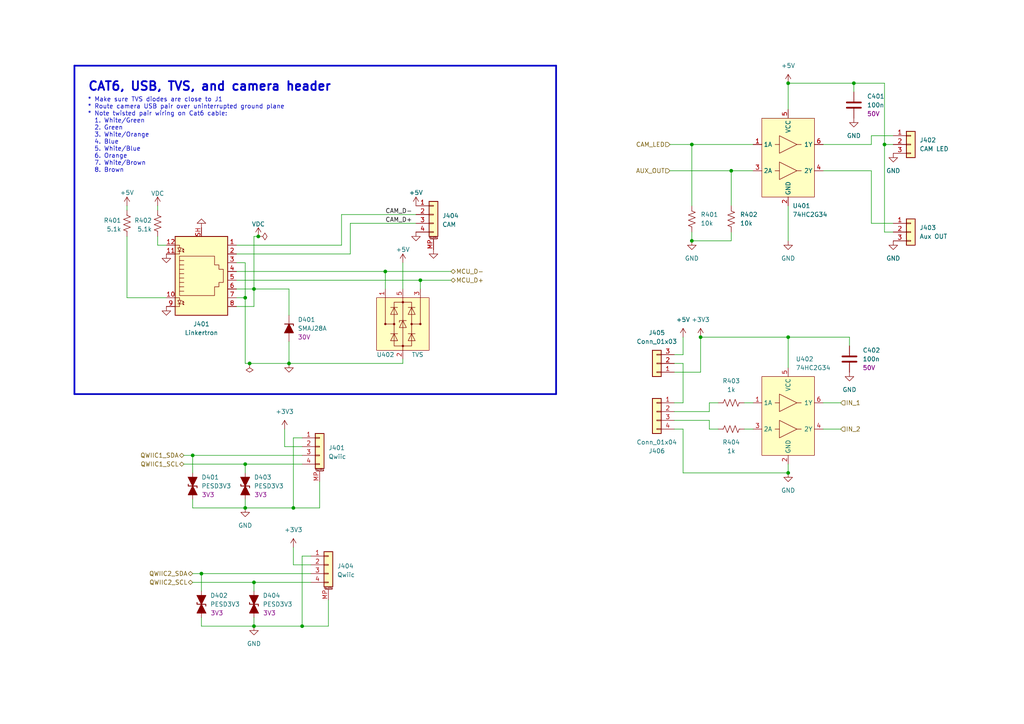
<source format=kicad_sch>
(kicad_sch (version 20230121) (generator eeschema)
  (paper "A4")
  (lib_symbols
    (symbol "Connector:8P8C_LED_Shielded" (pin_names (offset 1.016))
      (property "Reference" "J" (at -5.08 13.97 0))
      (property "Value" "8P8C_LED_Shielded" (at 1.27 13.97 0))
      (symbol "8P8C_LED_Shielded_0_1"
        (polyline (pts (xy -7.62 -7.62) (xy -6.35 -7.62)))
        (polyline (pts (xy -7.62 -5.08) (xy -6.35 -5.08)))
        (polyline (pts (xy -7.62 7.62) (xy -6.35 7.62)))
        (polyline (pts (xy -7.62 10.16) (xy -6.35 10.16)))
        (polyline (pts (xy -6.858 -5.842) (xy -5.842 -5.842)))
        (polyline (pts (xy -6.858 9.398) (xy -5.842 9.398)))
        (polyline (pts (xy -6.35 -7.62) (xy -6.35 -6.858)))
        (polyline (pts (xy -6.35 -5.08) (xy -6.35 -5.842)))
        (polyline (pts (xy -6.35 7.62) (xy -6.35 8.382)))
        (polyline (pts (xy -6.35 10.16) (xy -6.35 9.398)))
        (polyline (pts (xy -5.08 -6.223) (xy -5.207 -6.604)))
        (polyline (pts (xy -5.08 -5.588) (xy -5.207 -5.969)))
        (polyline (pts (xy -5.08 4.445) (xy -6.35 4.445)))
        (polyline (pts (xy -5.08 5.715) (xy -6.35 5.715)))
        (polyline (pts (xy -5.08 9.017) (xy -5.207 8.636)))
        (polyline (pts (xy -5.08 9.652) (xy -5.207 9.271)))
        (polyline (pts (xy -6.35 -3.175) (xy -5.08 -3.175) (xy -5.08 -3.175)))
        (polyline (pts (xy -6.35 -1.905) (xy -5.08 -1.905) (xy -5.08 -1.905)))
        (polyline (pts (xy -6.35 -0.635) (xy -5.08 -0.635) (xy -5.08 -0.635)))
        (polyline (pts (xy -6.35 0.635) (xy -5.08 0.635) (xy -5.08 0.635)))
        (polyline (pts (xy -6.35 1.905) (xy -5.08 1.905) (xy -5.08 1.905)))
        (polyline (pts (xy -5.588 -6.731) (xy -5.08 -6.223) (xy -5.461 -6.35)))
        (polyline (pts (xy -5.588 -6.096) (xy -5.08 -5.588) (xy -5.461 -5.715)))
        (polyline (pts (xy -5.588 8.509) (xy -5.08 9.017) (xy -5.461 8.89)))
        (polyline (pts (xy -5.588 9.144) (xy -5.08 9.652) (xy -5.461 9.525)))
        (polyline (pts (xy -5.08 3.175) (xy -6.35 3.175) (xy -6.35 3.175)))
        (polyline (pts (xy -6.35 -5.842) (xy -6.858 -6.858) (xy -5.842 -6.858) (xy -6.35 -5.842)))
        (polyline (pts (xy -6.35 9.398) (xy -6.858 8.382) (xy -5.842 8.382) (xy -6.35 9.398)))
        (polyline (pts (xy -6.35 -4.445) (xy -6.35 6.985) (xy 3.81 6.985) (xy 3.81 4.445) (xy 5.08 4.445) (xy 5.08 3.175) (xy 6.35 3.175) (xy 6.35 -0.635) (xy 5.08 -0.635) (xy 5.08 -1.905) (xy 3.81 -1.905) (xy 3.81 -4.445) (xy -6.35 -4.445) (xy -6.35 -4.445)))
        (rectangle (start 7.62 12.7) (end -7.62 -10.16) (stroke (width 0.254)) (fill (type background)))
      )
      (symbol "8P8C_LED_Shielded_1_1"
        (pin passive line (at 10.16 -7.62 180) (length 2.54) (name "~") (number "1"))
        (pin passive line (at -10.16 7.62 0) (length 2.54) (name "~") (number "10"))
        (pin passive line (at -10.16 -5.08 0) (length 2.54) (name "~") (number "11"))
        (pin passive line (at -10.16 -7.62 0) (length 2.54) (name "~") (number "12"))
        (pin passive line (at 10.16 -5.08 180) (length 2.54) (name "~") (number "2"))
        (pin passive line (at 10.16 -2.54 180) (length 2.54) (name "~") (number "3"))
        (pin passive line (at 10.16 0 180) (length 2.54) (name "~") (number "4"))
        (pin passive line (at 10.16 2.54 180) (length 2.54) (name "~") (number "5"))
        (pin passive line (at 10.16 5.08 180) (length 2.54) (name "~") (number "6"))
        (pin passive line (at 10.16 7.62 180) (length 2.54) (name "~") (number "7"))
        (pin passive line (at 10.16 10.16 180) (length 2.54) (name "~") (number "8"))
        (pin passive line (at -10.16 10.16 0) (length 2.54) (name "~") (number "9"))
        (pin passive line (at 0 -12.7 90) (length 2.54) (name "~") (number "SH"))
      )
    )
    (symbol "Connector_Generic:Conn_01x03" (pin_names (offset 1.016) hide)
      (property "Reference" "J" (at 0 5.08 0))
      (property "Value" "Conn_01x03" (at 0 -5.08 0))
      (symbol "Conn_01x03_1_1"
        (rectangle (start -1.27 -2.413) (end 0 -2.667) (stroke (width 0.1524)))
        (rectangle (start -1.27 0.127) (end 0 -0.127) (stroke (width 0.1524)))
        (rectangle (start -1.27 2.667) (end 0 2.413) (stroke (width 0.1524)))
        (rectangle (start -1.27 3.81) (end 1.27 -3.81) (stroke (width 0.254)) (fill (type background)))
        (pin passive line (at -5.08 2.54 0) (length 3.81) (name "Pin_1") (number "1"))
        (pin passive line (at -5.08 0 0) (length 3.81) (name "Pin_2") (number "2"))
        (pin passive line (at -5.08 -2.54 0) (length 3.81) (name "Pin_3") (number "3"))
      )
    )
    (symbol "Connector_Generic:Conn_01x04" (pin_names (offset 1.016) hide)
      (property "Reference" "J" (at 0 5.08 0))
      (property "Value" "Conn_01x04" (at 0 -7.62 0))
      (symbol "Conn_01x04_1_1"
        (rectangle (start -1.27 -4.953) (end 0 -5.207) (stroke (width 0.1524)))
        (rectangle (start -1.27 -2.413) (end 0 -2.667) (stroke (width 0.1524)))
        (rectangle (start -1.27 0.127) (end 0 -0.127) (stroke (width 0.1524)))
        (rectangle (start -1.27 2.667) (end 0 2.413) (stroke (width 0.1524)))
        (rectangle (start -1.27 3.81) (end 1.27 -6.35) (stroke (width 0.254)) (fill (type background)))
        (pin passive line (at -5.08 2.54 0) (length 3.81) (name "Pin_1") (number "1"))
        (pin passive line (at -5.08 0 0) (length 3.81) (name "Pin_2") (number "2"))
        (pin passive line (at -5.08 -2.54 0) (length 3.81) (name "Pin_3") (number "3"))
        (pin passive line (at -5.08 -5.08 0) (length 3.81) (name "Pin_4") (number "4"))
      )
    )
    (symbol "Connector_Generic_MountingPin:Conn_01x04_MountingPin" (pin_names (offset 1.016) hide)
      (property "Reference" "J" (at 0 5.08 0))
      (property "Value" "Conn_01x04_MountingPin" (at 1.27 -7.62 0))
      (symbol "Conn_01x04_MountingPin_1_1"
        (rectangle (start -1.27 -4.953) (end 0 -5.207) (stroke (width 0.1524)))
        (rectangle (start -1.27 -2.413) (end 0 -2.667) (stroke (width 0.1524)))
        (rectangle (start -1.27 0.127) (end 0 -0.127) (stroke (width 0.1524)))
        (rectangle (start -1.27 2.667) (end 0 2.413) (stroke (width 0.1524)))
        (rectangle (start -1.27 3.81) (end 1.27 -6.35) (stroke (width 0.254)) (fill (type background)))
        (polyline (pts (xy -1.016 -7.112) (xy 1.016 -7.112)) (stroke (width 0.1524)))
        (text "Mounting" (at 0 -6.731 0) (effects (font (size 0.381 0.381))))
        (pin passive line (at -5.08 2.54 0) (length 3.81) (name "Pin_1") (number "1"))
        (pin passive line (at -5.08 0 0) (length 3.81) (name "Pin_2") (number "2"))
        (pin passive line (at -5.08 -2.54 0) (length 3.81) (name "Pin_3") (number "3"))
        (pin passive line (at -5.08 -5.08 0) (length 3.81) (name "Pin_4") (number "4"))
        (pin passive line (at 0 -10.16 90) (length 3.048) (name "MountPin") (number "MP"))
      )
    )
    (symbol "Device:C" (pin_numbers hide) (pin_names (offset 0.254))
      (property "Reference" "C" (at 0.635 2.54 0))
      (property "Value" "C" (at 0.635 -2.54 0))
      (symbol "C_0_1"
        (polyline (pts (xy -2.032 -0.762) (xy 2.032 -0.762)) (stroke (width 0.508)))
        (polyline (pts (xy -2.032 0.762) (xy 2.032 0.762)) (stroke (width 0.508)))
      )
      (symbol "C_1_1"
        (pin passive line (at 0 3.81 270) (length 2.794) (name "~") (number "1"))
        (pin passive line (at 0 -3.81 90) (length 2.794) (name "~") (number "2"))
      )
    )
    (symbol "Device:D_TVS_Filled" (pin_numbers hide) (pin_names (offset 1.016) hide)
      (property "Reference" "D" (at 0 2.54 0))
      (property "Value" "D_TVS_Filled" (at 0 -2.54 0))
      (symbol "D_TVS_Filled_0_1"
        (polyline (pts (xy 1.27 0) (xy -1.27 0)))
        (polyline (pts (xy -2.54 -1.27) (xy 0 0) (xy -2.54 1.27) (xy -2.54 -1.27)) (stroke (width 0.254)) (fill (type outline)))
        (polyline (pts (xy 0.508 1.27) (xy 0 1.27) (xy 0 -1.27) (xy -0.508 -1.27)) (stroke (width 0.254)))
        (polyline (pts (xy 2.54 1.27) (xy 2.54 -1.27) (xy 0 0) (xy 2.54 1.27)) (stroke (width 0.254)) (fill (type outline)))
      )
      (symbol "D_TVS_Filled_1_1"
        (pin passive line (at -3.81 0 0) (length 2.54) (name "A1") (number "1"))
        (pin passive line (at 3.81 0 180) (length 2.54) (name "A2") (number "2"))
      )
    )
    (symbol "Device:D_Zener_Filled" (pin_numbers hide) (pin_names (offset 1.016) hide)
      (property "Reference" "D" (at 0 2.54 0))
      (property "Value" "D_Zener_Filled" (at 0 -2.54 0))
      (symbol "D_Zener_Filled_0_1"
        (polyline (pts (xy 1.27 0) (xy -1.27 0)))
        (polyline (pts (xy -1.27 -1.27) (xy -1.27 1.27) (xy -0.762 1.27)) (stroke (width 0.254)))
        (polyline (pts (xy 1.27 -1.27) (xy 1.27 1.27) (xy -1.27 0) (xy 1.27 -1.27)) (stroke (width 0.254)) (fill (type outline)))
      )
      (symbol "D_Zener_Filled_1_1"
        (pin passive line (at -3.81 0 0) (length 2.54) (name "K") (number "1"))
        (pin passive line (at 3.81 0 180) (length 2.54) (name "A") (number "2"))
      )
    )
    (symbol "Device:R_US" (pin_numbers hide) (pin_names (offset 0))
      (property "Reference" "R" (at 2.54 0 90))
      (property "Value" "R_US" (at -2.54 0 90))
      (symbol "R_US_0_1"
        (polyline (pts (xy 0 -2.286) (xy 0 -2.54)))
        (polyline (pts (xy 0 2.286) (xy 0 2.54)))
        (polyline (pts (xy 0 -0.762) (xy 1.016 -1.143) (xy 0 -1.524) (xy -1.016 -1.905) (xy 0 -2.286)))
        (polyline (pts (xy 0 0.762) (xy 1.016 0.381) (xy 0 0) (xy -1.016 -0.381) (xy 0 -0.762)))
        (polyline (pts (xy 0 2.286) (xy 1.016 1.905) (xy 0 1.524) (xy -1.016 1.143) (xy 0 0.762)))
      )
      (symbol "R_US_1_1"
        (pin passive line (at 0 3.81 270) (length 1.27) (name "~") (number "1"))
        (pin passive line (at 0 -3.81 90) (length 1.27) (name "~") (number "2"))
      )
    )
    (symbol "Droid:74HC2G34"
      (property "Reference" "U" (at 2.54 -12.7 0))
      (property "Value" "74HC2G34" (at 2.54 -15.24 0))
      (symbol "74HC2G34_0_0"
        (pin input line (at -10.16 3.81 0) (length 2.54) (name "1A") (number "1"))
        (pin power_in line (at 0 -13.97 90) (length 2.54) (name "GND") (number "2"))
        (pin input line (at -10.16 -3.81 0) (length 2.54) (name "2A") (number "3"))
        (pin output line (at 10.16 -3.81 180) (length 2.54) (name "2Y") (number "4"))
        (pin power_in line (at 0 13.97 270) (length 2.54) (name "VCC") (number "5"))
        (pin output line (at 10.16 3.81 180) (length 2.54) (name "1Y") (number "6"))
      )
      (symbol "74HC2G34_0_1"
        (rectangle (start -7.62 11.43) (end 7.62 -11.43) (fill (type background)))
        (polyline (pts (xy -2.54 -3.81) (xy -3.81 -3.81)))
        (polyline (pts (xy -2.54 3.81) (xy -3.81 3.81)))
        (polyline (pts (xy 2.54 -3.81) (xy 3.81 -3.81)))
        (polyline (pts (xy 2.54 3.81) (xy 3.81 3.81)))
        (polyline (pts (xy -2.54 -5.08) (xy -2.54 -1.27) (xy 2.54 -3.81) (xy -2.54 -6.35) (xy -2.54 -5.08)))
        (polyline (pts (xy -2.54 2.54) (xy -2.54 6.35) (xy 2.54 3.81) (xy -2.54 1.27) (xy -2.54 2.54)))
      )
    )
    (symbol "Droid:TVS" (pin_names hide)
      (property "Reference" "U" (at 8.89 1.27 0))
      (property "Value" "TVS" (at 8.89 -1.27 0))
      (symbol "TVS_0_1"
        (circle (center -5.08 0) (radius 0.254) (fill (type outline)))
        (circle (center -2.5303 -0.017) (radius 0.254) (fill (type outline)))
        (rectangle (start -2.5303 6.333) (end 2.5497 -6.367))
        (polyline (pts (xy -1.5143 -2.811) (xy -3.5463 -2.811)))
        (polyline (pts (xy -1.5143 4.809) (xy -3.5463 4.809)))
        (polyline (pts (xy 0 -7.62) (xy 0 -6.35)))
        (polyline (pts (xy 0 6.35) (xy 0 7.62)))
        (polyline (pts (xy 0.0097 -6.367) (xy 0.0097 1.253)))
        (polyline (pts (xy 0.0097 1.253) (xy 0.0097 6.333)))
        (polyline (pts (xy 1.5337 -2.811) (xy 3.5657 -2.811)))
        (polyline (pts (xy 1.5337 4.809) (xy 3.5657 4.809)))
        (polyline (pts (xy -2.54 0) (xy -5.08 0) (xy -5.08 7.62)))
        (polyline (pts (xy 2.54 0) (xy 5.08 0) (xy 5.08 7.62)))
        (polyline (pts (xy -3.5463 -4.843) (xy -1.5143 -4.843) (xy -2.5303 -2.811) (xy -3.5463 -4.843)))
        (polyline (pts (xy -3.5463 2.777) (xy -1.5143 2.777) (xy -2.5303 4.809) (xy -3.5463 2.777)))
        (polyline (pts (xy -1.0063 -1.033) (xy 1.0257 -1.033) (xy 0.0097 0.999) (xy -1.0063 -1.033)))
        (polyline (pts (xy 1.0257 0.999) (xy 0.7717 0.999) (xy -1.0063 0.999) (xy -1.0063 0.491)))
        (polyline (pts (xy 3.5657 -4.843) (xy 1.5337 -4.843) (xy 2.5497 -2.811) (xy 3.5657 -4.843)))
        (polyline (pts (xy 3.5657 2.777) (xy 1.5337 2.777) (xy 2.5497 4.809) (xy 3.5657 2.777)))
        (circle (center 0.0097 -6.367) (radius 0.254) (fill (type outline)))
        (circle (center 0.0097 6.333) (radius 0.254) (fill (type outline)))
        (circle (center 2.5497 -0.017) (radius 0.254) (fill (type outline)))
        (circle (center 5.08 0) (radius 0.254) (fill (type outline)))
      )
      (symbol "TVS_1_1"
        (rectangle (start -7.62 7.62) (end 7.62 -7.62) (fill (type background)))
        (pin passive line (at -5.08 10.16 270) (length 2.54) (name "D-") (number "1"))
        (pin passive line (at 0 -10.16 90) (length 2.54) (name "GND") (number "2"))
        (pin passive line (at 5.08 10.16 270) (length 2.54) (name "D+") (number "3"))
        (pin passive line (at 5.08 10.16 270) (length 2.54) hide (name "D+") (number "4"))
        (pin passive line (at 0 10.16 270) (length 2.54) (name "VBUS") (number "5"))
        (pin passive line (at -5.08 10.16 270) (length 2.54) hide (name "D-") (number "6"))
      )
    )
    (symbol "power:+3V3" (power) (pin_names (offset 0))
      (property "Value" "+3V3" (at 0 3.556 0))
      (symbol "+3V3_0_1"
        (polyline (pts (xy -0.762 1.27) (xy 0 2.54)))
        (polyline (pts (xy 0 0) (xy 0 2.54)))
        (polyline (pts (xy 0 2.54) (xy 0.762 1.27)))
      )
      (symbol "+3V3_1_1"
        (pin power_in line (at 0 0 90) (length 0) hide (name "+3V3") (number "1"))
      )
    )
    (symbol "power:+5V" (power) (pin_names (offset 0))
      (property "Value" "+5V" (at 0 3.556 0))
      (symbol "+5V_0_1"
        (polyline (pts (xy -0.762 1.27) (xy 0 2.54)))
        (polyline (pts (xy 0 0) (xy 0 2.54)))
        (polyline (pts (xy 0 2.54) (xy 0.762 1.27)))
      )
      (symbol "+5V_1_1"
        (pin power_in line (at 0 0 90) (length 0) hide (name "+5V") (number "1"))
      )
    )
    (symbol "power:GND" (power) (pin_names (offset 0))
      (property "Value" "GND" (at 0 -3.81 0))
      (symbol "GND_0_1"
        (polyline (pts (xy 0 0) (xy 0 -1.27) (xy 1.27 -1.27) (xy 0 -2.54) (xy -1.27 -1.27) (xy 0 -1.27)))
      )
      (symbol "GND_1_1"
        (pin power_in line (at 0 0 270) (length 0) hide (name "GND") (number "1"))
      )
    )
    (symbol "power:PWR_FLAG" (power) (pin_numbers hide) (pin_names (offset 0) hide)
      (property "Value" "PWR_FLAG" (at 0 3.81 0))
      (symbol "PWR_FLAG_0_0"
        (pin power_out line (at 0 0 90) (length 0) (name "pwr") (number "1"))
      )
      (symbol "PWR_FLAG_0_1"
        (polyline (pts (xy 0 0) (xy 0 1.27) (xy -1.016 1.905) (xy 0 2.54) (xy 1.016 1.905) (xy 0 1.27)))
      )
    )
    (symbol "power:VDC" (power) (pin_names (offset 0))
      (property "Value" "VDC" (at 0 6.35 0))
      (symbol "VDC_0_1"
        (polyline (pts (xy -0.762 1.27) (xy 0 2.54)))
        (polyline (pts (xy 0 0) (xy 0 2.54)))
        (polyline (pts (xy 0 2.54) (xy 0.762 1.27)))
      )
      (symbol "VDC_1_1"
        (pin power_in line (at 0 0 90) (length 0) hide (name "VDC") (number "1"))
      )
    )
  )
  (junction (at 85.09 147.32))
  (junction (at 55.88 132.08))
  (junction (at 72.39 105.41))
  (junction (at 73.66 168.91))
  (junction (at 121.92 81.28))
  (junction (at 74.93 68.58))
  (junction (at 58.42 166.37))
  (junction (at 111.76 78.74))
  (junction (at 73.66 83.82))
  (junction (at 228.6 137.16))
  (junction (at 228.6 97.79))
  (junction (at 73.66 181.61))
  (junction (at 247.65 24.13))
  (junction (at 212.09 49.53))
  (junction (at 71.12 134.62))
  (junction (at 228.6 24.13))
  (junction (at 256.54 41.91))
  (junction (at 203.2 97.79))
  (junction (at 87.63 181.61))
  (junction (at 71.12 147.32))
  (junction (at 83.82 105.41))
  (junction (at 200.66 69.85))
  (junction (at 71.12 86.36))
  (junction (at 200.66 41.91))
  (wire (pts (xy 116.84 76.2) (xy 116.84 83.82)))
  (wire (pts (xy 198.12 124.46) (xy 198.12 137.16)))
  (wire (pts (xy 198.12 137.16) (xy 228.6 137.16)))
  (wire (pts (xy 228.6 134.62) (xy 228.6 137.16)))
  (polyline (pts (xy 161.29 19.05) (xy 161.29 114.3)) (stroke (width 0.5) (type solid)))
  (wire (pts (xy 212.09 69.85) (xy 200.66 69.85)))
  (wire (pts (xy 212.09 49.53) (xy 212.09 59.69)))
  (wire (pts (xy 85.09 158.75) (xy 85.09 163.83)))
  (wire (pts (xy 200.66 41.91) (xy 218.44 41.91)))
  (wire (pts (xy 73.66 168.91) (xy 73.66 171.45)))
  (wire (pts (xy 45.72 59.69) (xy 45.72 60.96)))
  (wire (pts (xy 87.63 134.62) (xy 71.12 134.62)))
  (wire (pts (xy 55.88 147.32) (xy 71.12 147.32)))
  (wire (pts (xy 198.12 105.41) (xy 198.12 116.84)))
  (wire (pts (xy 252.73 39.37) (xy 259.08 39.37)))
  (wire (pts (xy 200.66 67.31) (xy 200.66 69.85)))
  (wire (pts (xy 195.58 107.95) (xy 203.2 107.95)))
  (wire (pts (xy 92.71 139.7) (xy 92.71 147.32)))
  (wire (pts (xy 120.65 62.23) (xy 99.06 62.23)))
  (wire (pts (xy 195.58 102.87) (xy 198.12 102.87)))
  (wire (pts (xy 256.54 41.91) (xy 256.54 24.13)))
  (wire (pts (xy 36.83 86.36) (xy 48.26 86.36)))
  (wire (pts (xy 215.9 116.84) (xy 218.44 116.84)))
  (wire (pts (xy 101.6 64.77) (xy 101.6 73.66)))
  (wire (pts (xy 195.58 116.84) (xy 198.12 116.84)))
  (wire (pts (xy 238.76 124.46) (xy 243.84 124.46)))
  (wire (pts (xy 85.09 127) (xy 85.09 147.32)))
  (wire (pts (xy 71.12 105.41) (xy 72.39 105.41)))
  (wire (pts (xy 45.72 71.12) (xy 45.72 68.58)))
  (wire (pts (xy 58.42 179.07) (xy 58.42 181.61)))
  (wire (pts (xy 71.12 134.62) (xy 71.12 137.16)))
  (wire (pts (xy 198.12 97.79) (xy 198.12 102.87)))
  (wire (pts (xy 252.73 49.53) (xy 238.76 49.53)))
  (wire (pts (xy 73.66 68.58) (xy 73.66 83.82)))
  (wire (pts (xy 92.71 147.32) (xy 85.09 147.32)))
  (wire (pts (xy 205.74 124.46) (xy 205.74 121.92)))
  (wire (pts (xy 195.58 124.46) (xy 198.12 124.46)))
  (wire (pts (xy 99.06 62.23) (xy 99.06 71.12)))
  (wire (pts (xy 228.6 24.13) (xy 228.6 31.75)))
  (wire (pts (xy 82.55 124.46) (xy 82.55 129.54)))
  (wire (pts (xy 121.92 81.28) (xy 130.81 81.28)))
  (wire (pts (xy 73.66 181.61) (xy 87.63 181.61)))
  (wire (pts (xy 228.6 97.79) (xy 228.6 106.68)))
  (wire (pts (xy 71.12 86.36) (xy 71.12 76.2)))
  (wire (pts (xy 203.2 97.79) (xy 228.6 97.79)))
  (wire (pts (xy 71.12 86.36) (xy 68.58 86.36)))
  (wire (pts (xy 90.17 168.91) (xy 73.66 168.91)))
  (wire (pts (xy 205.74 116.84) (xy 208.28 116.84)))
  (wire (pts (xy 111.76 78.74) (xy 111.76 83.82)))
  (wire (pts (xy 195.58 105.41) (xy 198.12 105.41)))
  (wire (pts (xy 228.6 24.13) (xy 247.65 24.13)))
  (wire (pts (xy 83.82 105.41) (xy 116.84 105.41)))
  (wire (pts (xy 55.88 168.91) (xy 73.66 168.91)))
  (wire (pts (xy 238.76 116.84) (xy 243.84 116.84)))
  (wire (pts (xy 71.12 86.36) (xy 71.12 105.41)))
  (wire (pts (xy 36.83 68.58) (xy 36.83 86.36)))
  (wire (pts (xy 252.73 41.91) (xy 252.73 39.37)))
  (wire (pts (xy 90.17 166.37) (xy 58.42 166.37)))
  (wire (pts (xy 247.65 24.13) (xy 247.65 26.67)))
  (wire (pts (xy 228.6 59.69) (xy 228.6 69.85)))
  (wire (pts (xy 36.83 59.69) (xy 36.83 60.96)))
  (wire (pts (xy 259.08 41.91) (xy 256.54 41.91)))
  (wire (pts (xy 53.34 134.62) (xy 71.12 134.62)))
  (wire (pts (xy 73.66 83.82) (xy 73.66 88.9)))
  (wire (pts (xy 215.9 124.46) (xy 218.44 124.46)))
  (wire (pts (xy 68.58 88.9) (xy 73.66 88.9)))
  (wire (pts (xy 259.08 67.31) (xy 256.54 67.31)))
  (wire (pts (xy 53.34 132.08) (xy 55.88 132.08)))
  (wire (pts (xy 212.09 49.53) (xy 218.44 49.53)))
  (wire (pts (xy 121.92 81.28) (xy 121.92 83.82)))
  (wire (pts (xy 71.12 147.32) (xy 85.09 147.32)))
  (wire (pts (xy 73.66 68.58) (xy 74.93 68.58)))
  (wire (pts (xy 72.39 105.41) (xy 83.82 105.41)))
  (wire (pts (xy 83.82 83.82) (xy 73.66 83.82)))
  (wire (pts (xy 101.6 73.66) (xy 68.58 73.66)))
  (polyline (pts (xy 21.59 19.05) (xy 161.29 19.05)) (stroke (width 0.5) (type solid)))
  (wire (pts (xy 58.42 181.61) (xy 73.66 181.61)))
  (wire (pts (xy 55.88 132.08) (xy 55.88 137.16)))
  (wire (pts (xy 95.25 181.61) (xy 87.63 181.61)))
  (wire (pts (xy 194.31 41.91) (xy 200.66 41.91)))
  (wire (pts (xy 48.26 71.12) (xy 45.72 71.12)))
  (polyline (pts (xy 161.29 114.3) (xy 21.59 114.3)) (stroke (width 0.5) (type solid)))
  (wire (pts (xy 55.88 166.37) (xy 58.42 166.37)))
  (wire (pts (xy 95.25 173.99) (xy 95.25 181.61)))
  (wire (pts (xy 58.42 166.37) (xy 58.42 171.45)))
  (wire (pts (xy 101.6 64.77) (xy 120.65 64.77)))
  (wire (pts (xy 252.73 64.77) (xy 252.73 49.53)))
  (wire (pts (xy 68.58 78.74) (xy 111.76 78.74)))
  (wire (pts (xy 256.54 24.13) (xy 247.65 24.13)))
  (wire (pts (xy 212.09 67.31) (xy 212.09 69.85)))
  (wire (pts (xy 71.12 144.78) (xy 71.12 147.32)))
  (wire (pts (xy 195.58 119.38) (xy 205.74 119.38)))
  (wire (pts (xy 87.63 132.08) (xy 55.88 132.08)))
  (wire (pts (xy 87.63 161.29) (xy 87.63 181.61)))
  (wire (pts (xy 195.58 121.92) (xy 205.74 121.92)))
  (wire (pts (xy 111.76 78.74) (xy 130.81 78.74)))
  (wire (pts (xy 68.58 83.82) (xy 73.66 83.82)))
  (wire (pts (xy 116.84 105.41) (xy 116.84 104.14)))
  (wire (pts (xy 99.06 71.12) (xy 68.58 71.12)))
  (wire (pts (xy 256.54 41.91) (xy 256.54 67.31)))
  (wire (pts (xy 90.17 161.29) (xy 87.63 161.29)))
  (polyline (pts (xy 21.59 19.05) (xy 21.59 114.3)) (stroke (width 0.5) (type solid)))
  (wire (pts (xy 87.63 127) (xy 85.09 127)))
  (wire (pts (xy 246.38 97.79) (xy 246.38 100.33)))
  (wire (pts (xy 90.17 163.83) (xy 85.09 163.83)))
  (wire (pts (xy 208.28 124.46) (xy 205.74 124.46)))
  (wire (pts (xy 194.31 49.53) (xy 212.09 49.53)))
  (wire (pts (xy 238.76 41.91) (xy 252.73 41.91)))
  (wire (pts (xy 83.82 91.44) (xy 83.82 83.82)))
  (wire (pts (xy 55.88 144.78) (xy 55.88 147.32)))
  (wire (pts (xy 71.12 76.2) (xy 68.58 76.2)))
  (wire (pts (xy 205.74 119.38) (xy 205.74 116.84)))
  (wire (pts (xy 83.82 99.06) (xy 83.82 105.41)))
  (wire (pts (xy 68.58 81.28) (xy 121.92 81.28)))
  (wire (pts (xy 73.66 179.07) (xy 73.66 181.61)))
  (wire (pts (xy 259.08 64.77) (xy 252.73 64.77)))
  (wire (pts (xy 203.2 97.79) (xy 203.2 107.95)))
  (wire (pts (xy 200.66 41.91) (xy 200.66 59.69)))
  (wire (pts (xy 246.38 97.79) (xy 228.6 97.79)))
  (wire (pts (xy 87.63 129.54) (xy 82.55 129.54)))
  (text "* Make sure TVS diodes are close to J1\n* Route camera USB pair over uninterrupted ground plane\n* Note twisted pair wiring on Cat6 cable:\n  1. White/Green\n  2. Green\n  3. White/Orange\n  4. Blue\n  5. White/Blue\n  6. Orange\n  7. White/Brown\n  8. Brown" (at 25.4 50.165 0) (effects (font (size 1.27 1.27)) (justify left bottom)))
  (text "CAT6, USB, TVS, and camera header" (at 25.4 26.67 0) (effects (font (size 2.54 2.54) bold) (justify left bottom)))
  (label "CAM_D+" (at 111.76 64.77 0))
  (label "CAM_D-" (at 111.76 62.23 0))
  (hierarchical_label "QWIIC2_SDA" (shape bidirectional) (at 55.88 166.37 180))
  (hierarchical_label "CAM_LED" (shape input) (at 194.31 41.91 180))
  (hierarchical_label "MCU_D-" (shape bidirectional) (at 130.81 78.74 0))
  (hierarchical_label "QWIIC2_SCL" (shape bidirectional) (at 55.88 168.91 180))
  (hierarchical_label "MCU_D+" (shape bidirectional) (at 130.81 81.28 0))
  (hierarchical_label "IN_1" (shape input) (at 243.84 116.84 0))
  (hierarchical_label "AUX_OUT" (shape input) (at 194.31 49.53 180))
  (hierarchical_label "QWIIC1_SCL" (shape bidirectional) (at 53.34 134.62 180))
  (hierarchical_label "QWIIC1_SDA" (shape bidirectional) (at 53.34 132.08 180))
  (hierarchical_label "IN_2" (shape input) (at 243.84 124.46 0))
  (symbol (lib_id "power:GND") (at 120.65 67.31 0) (unit 1)
    (property "Reference" "#PWR0416" (effects hide))
    (property "Value" "GND" (effects hide))
    (instances (project "placertron" (path "" (reference "#PWR0416") (unit 1))) (project "movertron" (path "" (reference "#PWR0422") (unit 1))) (project "jellyfish" (path "" (reference "#PWR052") (unit 1))))
  )
  (symbol (lib_id "Device:R_US") (at 36.83 64.77 180) (unit 1)
    (property "Reference" "R401" (at 35.179 63.9353 0) (effects (justify left)))
    (property "Value" "5.1k" (at 35.179 66.4722 0) (effects (justify left)))
    (property "Footprint" "Droid:R_0603_HandSolder" (effects hide))
    (property "mpn" "RMCF0603FT5K10" (effects hide))
    (instances (project "placertron" (path "" (reference "R401") (unit 1))) (project "movertron" (path "" (reference "R405") (unit 1))) (project "jellyfish" (path "" (reference "R1") (unit 1))))
  )
  (symbol (lib_id "Connector_Generic:Conn_01x04") (at 190.5 119.38 0) (mirror y) (unit 1)
    (property "Reference" "J406" (at 190.5 130.81 0))
    (property "Value" "Conn_01x04" (at 190.5 128.27 0))
    (property "Footprint" "Droid:JST_XH_B4B-XH-AM_1x04_P2.50mm_Vertical" (effects hide))
    (property "mpn" "B4B-XH-AM" (effects hide))
  )
  (symbol (lib_id "power:+3V3") (at 82.55 124.46 0) (unit 1)
    (property "Reference" "#PWR0405" (effects hide))
    (property "Value" "+3V3" (at 82.55 119.38 0))
  )
  (symbol (lib_id "Connector_Generic:Conn_01x03") (at 264.16 41.91 0) (unit 1)
    (property "Reference" "J402" (at 266.7 40.64 0) (effects (justify left)))
    (property "Value" "CAM LED" (at 266.7 43.18 0) (effects (justify left)))
    (property "Footprint" "Droid:JST_X_B3B-XH-AM_1x03_P2.50mm_Vertical" (effects hide))
    (property "mpn" "B3B-XH-AM" (effects hide))
  )
  (symbol (lib_id "power:GND") (at 259.08 44.45 0) (unit 1)
    (property "Reference" "#PWR0407" (effects hide))
    (property "Value" "GND" (at 259.08 49.53 0))
  )
  (symbol (lib_id "power:GND") (at 83.82 105.41 0) (unit 1)
    (property "Reference" "#PWR0410" (effects hide))
    (property "Value" "GND" (effects hide))
    (instances (project "placertron" (path "" (reference "#PWR0410") (unit 1))) (project "movertron" (path "" (reference "#PWR0419") (unit 1))) (project "jellyfish" (path "" (reference "#PWR050") (unit 1))))
  )
  (symbol (lib_id "power:GND") (at 228.6 137.16 0) (unit 1)
    (property "Reference" "#PWR0412" (effects hide))
    (property "Value" "GND" (at 228.6 142.24 0))
  )
  (symbol (lib_id "power:VDC") (at 74.93 68.58 0) (unit 1)
    (property "Reference" "#PWR0407" (effects hide))
    (property "Value" "VDC" (at 74.93 65.0042 0))
    (instances (project "placertron" (path "" (reference "#PWR0407") (unit 1))) (project "movertron" (path "" (reference "#PWR0418") (unit 1))) (project "jellyfish" (path "" (reference "#PWR045") (unit 1))))
  )
  (symbol (lib_id "power:VDC") (at 45.72 59.69 0) (unit 1)
    (property "Reference" "#PWR0402" (effects hide))
    (property "Value" "VDC" (at 45.72 56.1142 0))
    (instances (project "placertron" (path "" (reference "#PWR0402") (unit 1))) (project "movertron" (path "" (reference "#PWR0414") (unit 1))) (project "jellyfish" (path "" (reference "#PWR0109") (unit 1))))
  )
  (symbol (lib_id "power:+5V") (at 120.65 59.69 0) (unit 1)
    (property "Reference" "#PWR0415" (effects hide))
    (property "Value" "+5V" (at 120.65 55.88 0))
    (instances (project "placertron" (path "" (reference "#PWR0415") (unit 1))) (project "movertron" (path "" (reference "#PWR0421") (unit 1))) (project "jellyfish" (path "" (reference "#PWR051") (unit 1))))
  )
  (symbol (lib_id "Connector_Generic_MountingPin:Conn_01x04_MountingPin") (at 95.25 163.83 0) (unit 1)
    (property "Reference" "J404" (at 97.79 164.1856 0) (effects (justify left)))
    (property "Value" "Qwiic" (at 97.79 166.7256 0) (effects (justify left)))
    (property "Footprint" "Droid:JST_SH_SM04B-SRSS" (effects hide))
    (property "mpn" "SM04B-SRSS-TB" (effects hide))
  )
  (symbol (lib_id "power:GND") (at 200.66 69.85 0) (unit 1)
    (property "Reference" "#PWR0401" (effects hide))
    (property "Value" "GND" (at 200.66 74.93 0))
  )
  (symbol (lib_id "Connector_Generic_MountingPin:Conn_01x04_MountingPin") (at 92.71 129.54 0) (unit 1)
    (property "Reference" "J401" (at 95.25 129.8956 0) (effects (justify left)))
    (property "Value" "Qwiic" (at 95.25 132.4356 0) (effects (justify left)))
    (property "Footprint" "Droid:JST_SH_SM04B-SRSS" (effects hide))
    (property "Datasheet" "https://www.jst-mfg.com/product/pdf/eng/eSH.pdf" (effects hide))
    (property "mpn" "SM04B-SRSS-TB" (effects hide))
  )
  (symbol (lib_id "power:+3V3") (at 203.2 97.79 0) (unit 1)
    (property "Reference" "#PWR0410" (effects hide))
    (property "Value" "+3V3" (at 203.2 92.71 0))
  )
  (symbol (lib_id "power:+5V") (at 116.84 76.2 0) (unit 1)
    (property "Reference" "#PWR0414" (effects hide))
    (property "Value" "+5V" (at 116.84 72.39 0))
    (instances (project "placertron" (path "" (reference "#PWR0414") (unit 1))) (project "movertron" (path "" (reference "#PWR0420") (unit 1))) (project "jellyfish" (path "" (reference "#PWR049") (unit 1))))
  )
  (symbol (lib_id "power:GND") (at 58.42 66.04 180) (unit 1)
    (property "Reference" "#PWR0406" (effects hide))
    (property "Value" "GND" (effects hide))
    (instances (project "placertron" (path "" (reference "#PWR0406") (unit 1))) (project "movertron" (path "" (reference "#PWR0417") (unit 1))) (project "jellyfish" (path "" (reference "#PWR044") (unit 1))))
  )
  (symbol (lib_id "Device:D_TVS_Filled") (at 73.66 175.26 90) (unit 1)
    (property "Reference" "D404" (at 76.2 172.72 90) (effects (justify right)))
    (property "Value" "PESD3V3" (at 76.2 175.26 90) (effects (justify right)))
    (property "Footprint" "Droid:D_SOD-323" (effects hide))
    (property "mpn" "PESD3V3L1BA,115" (effects hide))
    (property "Rating" "3V3" (at 80.01 177.8 90) (effects (justify left)))
  )
  (symbol (lib_id "power:PWR_FLAG") (at 74.93 68.58 270) (unit 1)
    (property "Reference" "#FLG0402" (effects hide))
    (property "Value" "PWR_FLAG" (effects hide))
    (instances (project "placertron" (path "" (reference "#FLG0402") (unit 1))) (project "movertron" (path "" (reference "#FLG0402") (unit 1))) (project "jellyfish" (path "" (reference "#FLG02") (unit 1))))
  )
  (symbol (lib_id "power:+5V") (at 198.12 97.79 0) (unit 1)
    (property "Reference" "#PWR0409" (effects hide))
    (property "Value" "+5V" (at 198.12 92.71 0))
  )
  (symbol (lib_id "power:GND") (at 73.66 181.61 0) (unit 1)
    (property "Reference" "#PWR01" (effects hide))
    (property "Value" "GND" (at 73.66 186.69 0))
  )
  (symbol (lib_id "Device:C") (at 247.65 30.48 0) (unit 1)
    (property "Reference" "C401" (at 251.46 27.94 0) (effects (justify left)))
    (property "Value" "100n" (at 251.46 30.48 0) (effects (justify left)))
    (property "Footprint" "Droid:C_0603_HandSolder" (effects hide))
    (property "mpn" "CL10B104KB8NNNC" (effects hide))
    (property "Rating" "50V" (at 251.46 33.02 0) (effects (justify left)))
  )
  (symbol (lib_id "power:GND") (at 125.73 72.39 0) (unit 1)
    (property "Reference" "#PWR0417" (effects hide))
    (property "Value" "GND" (effects hide))
    (instances (project "placertron" (path "" (reference "#PWR0417") (unit 1))) (project "movertron" (path "" (reference "#PWR0423") (unit 1))) (project "jellyfish" (path "" (reference "#PWR0123") (unit 1))))
  )
  (symbol (lib_id "Connector:8P8C_LED_Shielded") (at 58.42 78.74 0) (mirror x) (unit 1)
    (property "Reference" "J401" (at 58.42 93.98 0))
    (property "Value" "Linkertron" (at 58.42 96.52 0))
    (property "Footprint" "Droid:RJ45_Stewart_SS-74301-0001" (effects hide))
    (property "mpn" "SS-74301-001" (effects hide))
    (instances (project "placertron" (path "" (reference "J401") (unit 1))) (project "movertron" (path "" (reference "J407") (unit 1))) (project "jellyfish" (path "" (reference "J2") (unit 1))))
  )
  (symbol (lib_id "power:GND") (at 228.6 69.85 0) (unit 1)
    (property "Reference" "#PWR0403" (effects hide))
    (property "Value" "GND" (at 228.6 74.93 0))
  )
  (symbol (lib_id "power:GND") (at 246.38 107.95 0) (unit 1)
    (property "Reference" "#PWR0413" (effects hide))
    (property "Value" "GND" (at 246.38 113.03 0))
  )
  (symbol (lib_id "power:GND") (at 48.26 73.66 0) (unit 1)
    (property "Reference" "#PWR0403" (effects hide))
    (property "Value" "GND" (effects hide))
    (instances (project "placertron" (path "" (reference "#PWR0403") (unit 1))) (project "movertron" (path "" (reference "#PWR0415") (unit 1))) (project "jellyfish" (path "" (reference "#PWR0108") (unit 1))))
  )
  (symbol (lib_id "power:GND") (at 259.08 69.85 0) (unit 1)
    (property "Reference" "#PWR0408" (effects hide))
    (property "Value" "GND" (at 259.08 74.93 0))
  )
  (symbol (lib_id "Device:R_US") (at 212.09 124.46 90) (unit 1)
    (property "Reference" "R404" (at 212.09 128.27 90))
    (property "Value" "1k" (at 212.09 130.81 90))
    (property "Footprint" "Droid:R_0603_HandSolder" (effects hide))
    (property "mpn" "RMCF0603JT1K00" (effects hide))
    (property "Rating" "100mw" (effects hide))
  )
  (symbol (lib_id "power:+3V3") (at 85.09 158.75 0) (unit 1)
    (property "Reference" "#PWR0406" (effects hide))
    (property "Value" "+3V3" (at 85.09 153.67 0))
  )
  (symbol (lib_id "Device:D_TVS_Filled") (at 58.42 175.26 90) (unit 1)
    (property "Reference" "D402" (at 60.96 172.72 90) (effects (justify right)))
    (property "Value" "PESD3V3" (at 60.96 175.26 90) (effects (justify right)))
    (property "Footprint" "Droid:D_SOD-323" (effects hide))
    (property "mpn" "PESD3V3L1BA,115" (effects hide))
    (property "Rating" "3V3" (at 64.77 177.8 90) (effects (justify left)))
  )
  (symbol (lib_id "Device:R_US") (at 200.66 63.5 180) (unit 1)
    (property "Reference" "R401" (at 203.2 62.23 0) (effects (justify right)))
    (property "Value" "10k" (at 203.2 64.77 0) (effects (justify right)))
    (property "Footprint" "Droid:R_0603_HandSolder" (effects hide))
    (property "mpn" "RMCF0603FT10K0" (effects hide))
    (property "Rating" "100mw" (effects hide))
  )
  (symbol (lib_id "Connector_Generic:Conn_01x03") (at 190.5 105.41 180) (unit 1)
    (property "Reference" "J405" (at 190.5 96.52 0))
    (property "Value" "Conn_01x03" (at 190.5 99.06 0))
    (property "Footprint" "Connector_PinHeader_2.54mm:PinHeader_1x03_P2.54mm_Vertical" (effects hide))
  )
  (symbol (lib_id "Device:R_US") (at 212.09 63.5 180) (unit 1)
    (property "Reference" "R402" (at 214.63 62.23 0) (effects (justify right)))
    (property "Value" "10k" (at 214.63 64.77 0) (effects (justify right)))
    (property "Footprint" "Droid:R_0603_HandSolder" (effects hide))
    (property "mpn" "RMCF0603FT10K0" (effects hide))
    (property "Rating" "100mw" (effects hide))
  )
  (symbol (lib_id "Connector_Generic:Conn_01x03") (at 264.16 67.31 0) (unit 1)
    (property "Reference" "J403" (at 266.7 66.04 0) (effects (justify left)))
    (property "Value" "Aux OUT" (at 266.7 68.58 0) (effects (justify left)))
    (property "Footprint" "Droid:JST_X_B3B-XH-AM_1x03_P2.50mm_Vertical" (effects hide))
    (property "mpn" "B3B-XH-AM" (effects hide))
  )
  (symbol (lib_id "Device:C") (at 246.38 104.14 0) (unit 1)
    (property "Reference" "C402" (at 250.19 101.6 0) (effects (justify left)))
    (property "Value" "100n" (at 250.19 104.14 0) (effects (justify left)))
    (property "Footprint" "Droid:C_0603_HandSolder" (effects hide))
    (property "mpn" "CL10B104KB8NNNC" (effects hide))
    (property "Rating" "50V" (at 250.19 106.68 0) (effects (justify left)))
  )
  (symbol (lib_id "Device:R_US") (at 212.09 116.84 90) (unit 1)
    (property "Reference" "R403" (at 212.09 110.49 90))
    (property "Value" "1k" (at 212.09 113.03 90))
    (property "Footprint" "Droid:R_0603_HandSolder" (effects hide))
    (property "mpn" "RMCF0603JT1K00" (effects hide))
    (property "Rating" "100mw" (effects hide))
  )
  (symbol (lib_id "power:PWR_FLAG") (at 72.39 105.41 180) (unit 1)
    (property "Reference" "#FLG0401" (effects hide))
    (property "Value" "PWR_FLAG" (effects hide))
    (instances (project "placertron" (path "" (reference "#FLG0401") (unit 1))) (project "movertron" (path "" (reference "#FLG0401") (unit 1))) (project "jellyfish" (path "" (reference "#FLG01") (unit 1))))
  )
  (symbol (lib_id "Droid:74HC2G34") (at 228.6 45.72 0) (unit 1)
    (property "Reference" "U401" (at 229.87 59.69 0) (effects (justify left)))
    (property "Value" "74HC2G34" (at 229.87 62.23 0) (effects (justify left)))
    (property "Footprint" "Package_TO_SOT_SMD:SOT-363_SC-70-6" (effects hide))
    (property "Datasheet" "https://assets.nexperia.com/documents/data-sheet/74HC_HCT2G34.pdf" (effects hide))
    (property "mpn" "74HC2G34GW,125" (effects hide))
  )
  (symbol (lib_id "power:+5V") (at 36.83 59.69 0) (unit 1)
    (property "Reference" "#PWR0401" (effects hide))
    (property "Value" "+5V" (at 36.83 55.88 0))
    (instances (project "placertron" (path "" (reference "#PWR0401") (unit 1))) (project "movertron" (path "" (reference "#PWR0411") (unit 1))) (project "jellyfish" (path "" (reference "#PWR0110") (unit 1))))
  )
  (symbol (lib_id "power:GND") (at 48.26 88.9 0) (unit 1)
    (property "Reference" "#PWR0404" (effects hide))
    (property "Value" "GND" (effects hide))
    (instances (project "placertron" (path "" (reference "#PWR0404") (unit 1))) (project "movertron" (path "" (reference "#PWR0416") (unit 1))) (project "jellyfish" (path "" (reference "#PWR0107") (unit 1))))
  )
  (symbol (lib_id "Connector_Generic_MountingPin:Conn_01x04_MountingPin") (at 125.73 62.23 0) (unit 1)
    (property "Reference" "J404" (at 128.27 62.5855 0) (effects (justify left)))
    (property "Value" "CAM" (at 128.27 65.1255 0) (effects (justify left)))
    (property "Footprint" "Droid:JST_SH_SM04B-SRSS" (effects hide))
    (property "mpn" "SM04B-SRSS-TB" (effects hide))
    (instances (project "placertron" (path "" (reference "J404") (unit 1))) (project "movertron" (path "" (reference "J408") (unit 1))) (project "jellyfish" (path "" (reference "J3") (unit 1))))
  )
  (symbol (lib_id "Droid:74HC2G34") (at 228.6 120.65 0) (unit 1)
    (property "Reference" "U402" (at 230.7941 104.14 0) (effects (justify left)))
    (property "Value" "74HC2G34" (at 230.7941 106.68 0) (effects (justify left)))
    (property "Footprint" "Package_TO_SOT_SMD:SOT-363_SC-70-6" (effects hide))
    (property "Datasheet" "https://assets.nexperia.com/documents/data-sheet/74HC_HCT2G34.pdf" (effects hide))
    (property "mpn" "74HC2G34GW,125" (effects hide))
  )
  (symbol (lib_id "Device:R_US") (at 45.72 64.77 180) (unit 1)
    (property "Reference" "R402" (at 44.069 63.9353 0) (effects (justify left)))
    (property "Value" "5.1k" (at 44.069 66.4722 0) (effects (justify left)))
    (property "Footprint" "Droid:R_0603_HandSolder" (effects hide))
    (property "mpn" "RMCF0603FT5K10" (effects hide))
    (instances (project "placertron" (path "" (reference "R402") (unit 1))) (project "movertron" (path "" (reference "R406") (unit 1))) (project "jellyfish" (path "" (reference "R2") (unit 1))))
  )
  (symbol (lib_id "Device:D_TVS_Filled") (at 71.12 140.97 90) (unit 1)
    (property "Reference" "D403" (at 73.66 138.43 90) (effects (justify right)))
    (property "Value" "PESD3V3" (at 73.66 140.97 90) (effects (justify right)))
    (property "Footprint" "Droid:D_SOD-323" (effects hide))
    (property "mpn" "PESD3V3L1BA,115" (effects hide))
    (property "Rating" "3V3" (at 77.47 143.51 90) (effects (justify left)))
  )
  (symbol (lib_id "Device:D_Zener_Filled") (at 83.82 95.25 270) (unit 1)
    (property "Reference" "D401" (at 86.36 92.7099 90) (effects (justify left)))
    (property "Value" "SMAJ28A" (at 86.36 95.2499 90) (effects (justify left)))
    (property "Footprint" "Droid:D_SMA" (effects hide))
    (property "mpn" "SMAJ28A" (effects hide))
    (property "Rating" "30V" (at 86.36 97.79 90) (effects (justify left)))
    (instances (project "placertron" (path "" (reference "D401") (unit 1))) (project "movertron" (path "" (reference "D405") (unit 1))) (project "jellyfish" (path "" (reference "D2") (unit 1))))
  )
  (symbol (lib_id "power:+5V") (at 228.6 24.13 0) (unit 1)
    (property "Reference" "#PWR0402" (effects hide))
    (property "Value" "+5V" (at 228.6 19.05 0))
  )
  (symbol (lib_id "power:GND") (at 247.65 34.29 0) (unit 1)
    (property "Reference" "#PWR0404" (effects hide))
    (property "Value" "GND" (at 247.65 39.37 0))
  )
  (symbol (lib_id "power:GND") (at 71.12 147.32 0) (unit 1)
    (property "Reference" "#PWR02" (effects hide))
    (property "Value" "GND" (at 71.12 152.4 0))
  )
  (symbol (lib_id "Device:D_TVS_Filled") (at 55.88 140.97 90) (unit 1)
    (property "Reference" "D401" (at 58.42 138.43 90) (effects (justify right)))
    (property "Value" "PESD3V3" (at 58.42 140.97 90) (effects (justify right)))
    (property "Footprint" "Droid:D_SOD-323" (effects hide))
    (property "mpn" "PESD3V3L1BA,115" (effects hide))
    (property "Rating" "3V3" (at 62.23 143.51 90) (effects (justify left)))
  )
  (symbol (lib_id "Droid:TVS") (at 116.84 93.98 0) (unit 1)
    (property "Reference" "U402" (at 109.22 102.87 0) (effects (justify left)))
    (property "Value" "TVS" (at 119.38 102.87 0) (effects (justify left)))
    (property "Footprint" "Package_TO_SOT_SMD:SOT-23-6" (effects hide))
    (property "Datasheet" "https://www.st.com/resource/en/datasheet/usblc6-2.pdf" (effects hide))
    (property "mpn" "SRL05-TP" (effects hide))
    (instances (project "placertron" (path "" (reference "U402") (unit 1))) (project "movertron" (path "" (reference "U403") (unit 1))) (project "jellyfish" (path "" (reference "U6") (unit 1))))
  )
)
</source>
